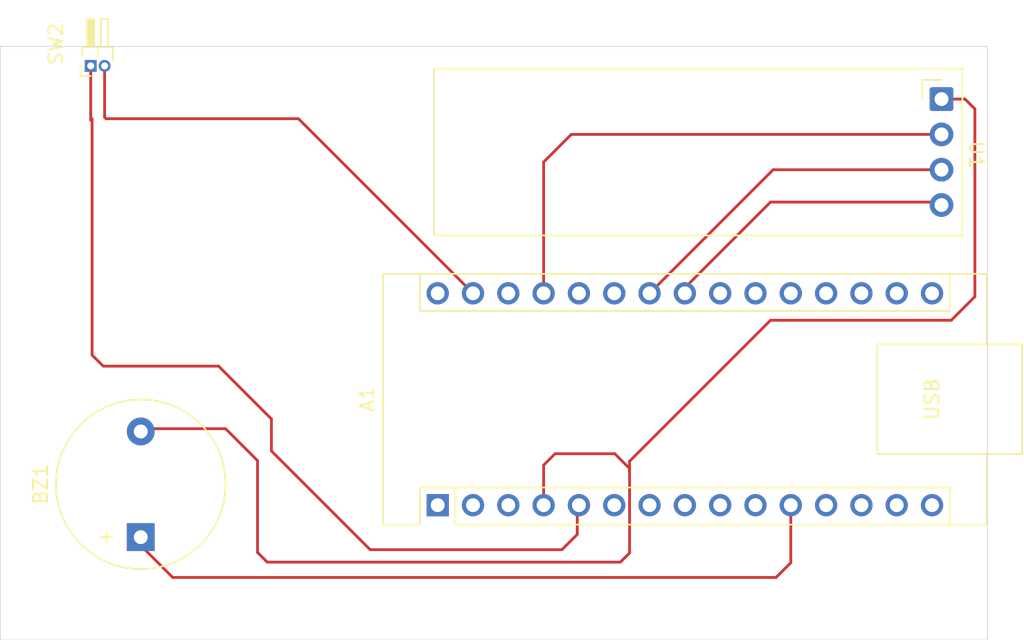
<source format=kicad_pcb>
(kicad_pcb (version 20241229) (generator "pcbnew") (generator_version "9.0")
  (layers (0 "F.Cu" signal) (2 "B.Cu" signal) (13 "F.Paste" user) (15 "B.Paste" user) (5 "F.SilkS" user "F.Silkscreen") (7 "B.SilkS" user "B.Silkscreen") (1 "F.Mask" user) (3 "B.Mask" user) (25 "Edge.Cuts" user))
  (net 0 "")
  (net 1 "Net-(BZ1--)")
  (net 6 "Net-(A1-GND-Pad29)")
  (net 16 "Net-(A1-D2)")
  (net 20 "Net-(A1-D8)")
  (net 28 "Net-(A1-A5)")
  (net 29 "Net-(A1-+5V)")
  (net 30 "Net-(A1-A4)")
  (footprint "Module:Arduino_Nano" (layer "F.Cu") (at 81.16 75.2 90)
    (property "Reference" "A1" (at 7.62 -5.08 90) (layer "F.SilkS"))
    (property "Value" "Arduino_Nano_v3.x")
    (fp_line (start 16.64 -3.94) (end -1.4 -3.94) (stroke (width 0.12)) (layer "F.SilkS"))
    (fp_line (start -1.4 -3.94) (end -1.4 -1.27) (stroke (width 0.12)) (layer "F.SilkS"))
    (fp_line (start 13.97 -1.27) (end 16.64 -1.27) (stroke (width 0.12)) (layer "F.SilkS"))
    (fp_line (start 13.97 -1.27) (end 13.97 36.83) (stroke (width 0.12)) (layer "F.SilkS"))
    (fp_line (start 1.27 -1.27) (end -1.4 -1.27) (stroke (width 0.12)) (layer "F.SilkS"))
    (fp_line (start 1.27 1.27) (end 1.27 -1.27) (stroke (width 0.12)) (layer "F.SilkS"))
    (fp_line (start 1.27 1.27) (end -1.4 1.27) (stroke (width 0.12)) (layer "F.SilkS"))
    (fp_line (start 1.27 1.27) (end 1.27 36.83) (stroke (width 0.12)) (layer "F.SilkS"))
    (fp_line (start -1.4 1.27) (end -1.4 39.5) (stroke (width 0.12)) (layer "F.SilkS"))
    (fp_line (start 11.56 31.62) (end 11.56 42.04) (stroke (width 0.12)) (layer "F.SilkS"))
    (fp_line (start 3.68 31.62) (end 11.56 31.62) (stroke (width 0.12)) (layer "F.SilkS"))
    (fp_line (start 13.97 36.83) (end 16.64 36.83) (stroke (width 0.12)) (layer "F.SilkS"))
    (fp_line (start 1.27 36.83) (end -1.4 36.83) (stroke (width 0.12)) (layer "F.SilkS"))
    (fp_line (start 16.64 39.5) (end 16.64 -3.94) (stroke (width 0.12)) (layer "F.SilkS"))
    (fp_line (start 16.64 39.5) (end 11.56 39.5) (stroke (width 0.12)) (layer "F.SilkS"))
    (fp_line (start -1.4 39.5) (end 3.68 39.5) (stroke (width 0.12)) (layer "F.SilkS"))
    (fp_line (start 11.56 42.04) (end 3.68 42.04) (stroke (width 0.12)) (layer "F.SilkS"))
    (fp_line (start 3.68 42.04) (end 3.68 31.62) (stroke (width 0.12)) (layer "F.SilkS"))
    (fp_text user "USB" (at 7.62 35.56 90) (layer "F.SilkS"))
    (pad "1" thru_hole rect (at 0 0 90) (size 1.6 1.6) (drill 1) (layers "*.Cu" "*.Mask"))
    (pad "2" thru_hole oval (at 0 2.54 90) (size 1.6 1.6) (drill 1) (layers "*.Cu" "*.Mask"))
    (pad "3" thru_hole oval (at 0 5.08 90) (size 1.6 1.6) (drill 1) (layers "*.Cu" "*.Mask"))
    (pad "4" thru_hole oval (at 0 7.62 90) (size 1.6 1.6) (drill 1) (layers "*.Cu" "*.Mask") (net 1 "Net-(BZ1--)"))
    (pad "5" thru_hole oval (at 0 10.16 90) (size 1.6 1.6) (drill 1) (layers "*.Cu" "*.Mask") (net 16 "Net-(A1-D2)"))
    (pad "6" thru_hole oval (at 0 12.7 90) (size 1.6 1.6) (drill 1) (layers "*.Cu" "*.Mask"))
    (pad "7" thru_hole oval (at 0 15.24 90) (size 1.6 1.6) (drill 1) (layers "*.Cu" "*.Mask"))
    (pad "8" thru_hole oval (at 0 17.78 90) (size 1.6 1.6) (drill 1) (layers "*.Cu" "*.Mask"))
    (pad "9" thru_hole oval (at 0 20.32 90) (size 1.6 1.6) (drill 1) (layers "*.Cu" "*.Mask"))
    (pad "10" thru_hole oval (at 0 22.86 90) (size 1.6 1.6) (drill 1) (layers "*.Cu" "*.Mask"))
    (pad "11" thru_hole oval (at 0 25.4 90) (size 1.6 1.6) (drill 1) (layers "*.Cu" "*.Mask") (net 20 "Net-(A1-D8)"))
    (pad "12" thru_hole oval (at 0 27.94 90) (size 1.6 1.6) (drill 1) (layers "*.Cu" "*.Mask"))
    (pad "13" thru_hole oval (at 0 30.48 90) (size 1.6 1.6) (drill 1) (layers "*.Cu" "*.Mask"))
    (pad "14" thru_hole oval (at 0 33.02 90) (size 1.6 1.6) (drill 1) (layers "*.Cu" "*.Mask"))
    (pad "15" thru_hole oval (at 0 35.56 90) (size 1.6 1.6) (drill 1) (layers "*.Cu" "*.Mask"))
    (pad "16" thru_hole oval (at 15.24 35.56 90) (size 1.6 1.6) (drill 1) (layers "*.Cu" "*.Mask"))
    (pad "17" thru_hole oval (at 15.24 33.02 90) (size 1.6 1.6) (drill 1) (layers "*.Cu" "*.Mask"))
    (pad "18" thru_hole oval (at 15.24 30.48 90) (size 1.6 1.6) (drill 1) (layers "*.Cu" "*.Mask"))
    (pad "19" thru_hole oval (at 15.24 27.94 90) (size 1.6 1.6) (drill 1) (layers "*.Cu" "*.Mask"))
    (pad "20" thru_hole oval (at 15.24 25.4 90) (size 1.6 1.6) (drill 1) (layers "*.Cu" "*.Mask"))
    (pad "21" thru_hole oval (at 15.24 22.86 90) (size 1.6 1.6) (drill 1) (layers "*.Cu" "*.Mask"))
    (pad "22" thru_hole oval (at 15.24 20.32 90) (size 1.6 1.6) (drill 1) (layers "*.Cu" "*.Mask"))
    (pad "23" thru_hole oval (at 15.24 17.78 90) (size 1.6 1.6) (drill 1) (layers "*.Cu" "*.Mask") (net 30 "Net-(A1-A4)"))
    (pad "24" thru_hole oval (at 15.24 15.24 90) (size 1.6 1.6) (drill 1) (layers "*.Cu" "*.Mask") (net 28 "Net-(A1-A5)"))
    (pad "25" thru_hole oval (at 15.24 12.7 90) (size 1.6 1.6) (drill 1) (layers "*.Cu" "*.Mask"))
    (pad "26" thru_hole oval (at 15.24 10.16 90) (size 1.6 1.6) (drill 1) (layers "*.Cu" "*.Mask"))
    (pad "27" thru_hole oval (at 15.24 7.62 90) (size 1.6 1.6) (drill 1) (layers "*.Cu" "*.Mask") (net 29 "Net-(A1-+5V)"))
    (pad "28" thru_hole oval (at 15.24 5.08 90) (size 1.6 1.6) (drill 1) (layers "*.Cu" "*.Mask"))
    (pad "29" thru_hole oval (at 15.24 2.54 90) (size 1.6 1.6) (drill 1) (layers "*.Cu" "*.Mask") (net 6 "Net-(A1-GND-Pad29)"))
    (pad "30" thru_hole oval (at 15.24 0 90) (size 1.6 1.6) (drill 1) (layers "*.Cu" "*.Mask"))
  )
  (footprint "Buzzer_Beeper:Buzzer_12x9.5RM7.6" (layer "F.Cu") (at 59.8 77.5 90)
    (property "Reference" "BZ1" (at 3.8 -7.2 90) (layer "F.SilkS"))
    (property "Value" "Buzzer")
    (fp_circle (center 3.8 0) (end 9.9 0) (stroke (width 0.12)) (fill no) (layer "F.SilkS"))
    (fp_text user "+" (at -0.01 -2.54 90) (layer "F.SilkS"))
    (pad "1" thru_hole rect (at 0 0 90) (size 2 2) (drill 1) (layers "*.Cu" "*.Mask") (net 20 "Net-(A1-D8)"))
    (pad "2" thru_hole circle (at 7.6 0 90) (size 2 2) (drill 1) (layers "*.Cu" "*.Mask") (net 1 "Net-(BZ1--)"))
  )
  (footprint "Connector_PinHeader_1.00mm:PinHeader_1x02_P1.00mm_Horizontal" (layer "F.Cu") (at 56.2 43.6 90)
    (property "Reference" "SW2" (at 1.575 -2.5 90) (layer "F.SilkS"))
    (property "Value" "SW_Reed")
    (fp_line (start -0.735 -0.735) (end 0 -0.735) (stroke (width 0.12)) (layer "F.SilkS"))
    (fp_line (start 1.36 -0.61) (end 1.36 1.61) (stroke (width 0.12)) (layer "F.SilkS"))
    (fp_line (start 0.735 -0.61) (end 1.36 -0.61) (stroke (width 0.12)) (layer "F.SilkS"))
    (fp_line (start -0.735 0) (end -0.735 -0.735) (stroke (width 0.12)) (layer "F.SilkS"))
    (fp_line (start 0.735 0.5) (end 1.36 0.5) (stroke (width 0.12)) (layer "F.SilkS"))
    (fp_line (start 3.36 0.74) (end 3.36 1.26) (stroke (width 0.12)) (layer "F.SilkS"))
    (fp_line (start 1.36 0.74) (end 3.36 0.74) (stroke (width 0.12)) (layer "F.SilkS"))
    (fp_line (start 3.36 1.26) (end 1.36 1.26) (stroke (width 0.12)) (layer "F.SilkS"))
    (fp_line (start 1.36 1.61) (end 0.41003 1.61) (stroke (width 0.12)) (layer "F.SilkS"))
    (fp_rect (start 1.36 -0.26) (end 3.36 0.26) (stroke (width 0.12)) (fill yes) (layer "F.SilkS"))
    (pad "1" thru_hole rect (at 0 0 90) (size 0.85 0.85) (drill 0.5) (layers "*.Cu" "*.Mask") (net 16 "Net-(A1-D2)"))
    (pad "2" thru_hole circle (at 0 1 90) (size 0.85 0.85) (drill 0.5) (layers "*.Cu" "*.Mask") (net 6 "Net-(A1-GND-Pad29)"))
  )
  (footprint "oled:OLED_0.91_128x32" (layer "F.Cu") (at 117.4 45.99 -90)
    (property "Reference" "U1" (at 4 -2.5 270) (layer "F.SilkS"))
    (property "Value" "OLED_0.91_128x32")
    (fp_line (start 0 1.38) (end -1.38 1.38) (stroke (width 0.12)) (layer "F.SilkS"))
    (fp_line (start -1.38 0) (end -1.38 1.38) (stroke (width 0.12)) (layer "F.SilkS"))
    (fp_rect (start -2.19 -1.5) (end 9.81 36.5) (stroke (width 0.12)) (fill no) (layer "F.SilkS"))
    (pad "1" thru_hole roundrect (at 0 0 270) (size 1.7 1.7) (drill 1) (layers "*.Cu" "*.Mask") (roundrect_rratio 0.1) (net 1 "Net-(BZ1--)"))
    (pad "2" thru_hole circle (at 2.54 0 270) (size 1.7 1.7) (drill 1) (layers "*.Cu" "*.Mask") (net 29 "Net-(A1-+5V)"))
    (pad "3" thru_hole circle (at 5.08 0 270) (size 1.7 1.7) (drill 1) (layers "*.Cu" "*.Mask") (net 28 "Net-(A1-A5)"))
    (pad "4" thru_hole circle (at 7.62 0 270) (size 1.7 1.7) (drill 1) (layers "*.Cu" "*.Mask") (net 30 "Net-(A1-A4)"))
  )
  (gr_rect (start 49.7 42.2) (end 120.7 84.9) (stroke (width 0.05)) (fill no) (layer "Edge.Cuts"))
  (segment (start 65.9 69.7) (end 68.2 72) (width 0.2) (layer "F.Cu") (net 1))
  (segment (start 59.8 69.9) (end 60 69.7) (width 0.2) (layer "F.Cu") (net 1))
  (segment (start 93.9 71.5) (end 89.6 71.5) (width 0.2) (layer "F.Cu") (net 1))
  (segment (start 94.961 78.639) (end 94.961 72.7) (width 0.2) (layer "F.Cu") (net 1))
  (segment (start 119.8 46.7) (end 119.09 45.99) (width 0.2) (layer "F.Cu") (net 1))
  (segment (start 88.78 72.32) (end 88.78 75.2) (width 0.2) (layer "F.Cu") (net 1))
  (segment (start 68.9 79.3) (end 94.3 79.3) (width 0.2) (layer "F.Cu") (net 1))
  (segment (start 94.961 72.039) (end 105.1 61.9) (width 0.2) (layer "F.Cu") (net 1))
  (segment (start 118.1 61.9) (end 119.8 60.2) (width 0.2) (layer "F.Cu") (net 1))
  (segment (start 94.961 72.7) (end 94.961 72.561) (width 0.2) (layer "F.Cu") (net 1))
  (segment (start 94.961 72.561) (end 93.9 71.5) (width 0.2) (layer "F.Cu") (net 1))
  (segment (start 60 69.7) (end 65.9 69.7) (width 0.2) (layer "F.Cu") (net 1))
  (segment (start 119.8 60.2) (end 119.8 46.7) (width 0.2) (layer "F.Cu") (net 1))
  (segment (start 94.3 79.3) (end 94.961 78.639) (width 0.2) (layer "F.Cu") (net 1))
  (segment (start 119.09 45.99) (end 117.4 45.99) (width 0.2) (layer "F.Cu") (net 1))
  (segment (start 68.2 78.6) (end 68.9 79.3) (width 0.2) (layer "F.Cu") (net 1))
  (segment (start 89.6 71.5) (end 88.78 72.32) (width 0.2) (layer "F.Cu") (net 1))
  (segment (start 105.1 61.9) (end 118.1 61.9) (width 0.2) (layer "F.Cu") (net 1))
  (segment (start 68.2 72) (end 68.2 78.6) (width 0.2) (layer "F.Cu") (net 1))
  (segment (start 94.961 72.7) (end 94.961 72.039) (width 0.2) (layer "F.Cu") (net 1))
  (segment (start 83.7 59.96) (end 71.14 47.4) (width 0.2) (layer "F.Cu") (net 6))
  (segment (start 57.3 47.4) (end 57.2 47.3) (width 0.2) (layer "F.Cu") (net 6))
  (segment (start 57.2 47.3) (end 57.2 43.6) (width 0.2) (layer "F.Cu") (net 6))
  (segment (start 71.14 47.4) (end 57.3 47.4) (width 0.2) (layer "F.Cu") (net 6))
  (segment (start 69.2 69) (end 65.4 65.2) (width 0.2) (layer "F.Cu") (net 16))
  (segment (start 90.1 78.4) (end 76.3 78.4) (width 0.2) (layer "F.Cu") (net 16))
  (segment (start 91.32 75.2) (end 91.2 75.32) (width 0.2) (layer "F.Cu") (net 16))
  (segment (start 56.2 47.5) (end 56.2 43.6) (width 0.2) (layer "F.Cu") (net 16))
  (segment (start 91.2 77.3) (end 90.1 78.4) (width 0.2) (layer "F.Cu") (net 16))
  (segment (start 76.3 78.4) (end 69.2 71.3) (width 0.2) (layer "F.Cu") (net 16))
  (segment (start 56.3 64.4) (end 56.3 47.6) (width 0.2) (layer "F.Cu") (net 16))
  (segment (start 57.1 65.2) (end 56.3 64.4) (width 0.2) (layer "F.Cu") (net 16))
  (segment (start 65.4 65.2) (end 57.1 65.2) (width 0.2) (layer "F.Cu") (net 16))
  (segment (start 91.2 75.32) (end 91.2 77.3) (width 0.2) (layer "F.Cu") (net 16))
  (segment (start 56.3 47.6) (end 56.2 47.5) (width 0.2) (layer "F.Cu") (net 16))
  (segment (start 69.2 71.3) (end 69.2 69) (width 0.2) (layer "F.Cu") (net 16))
  (segment (start 56.3 47.6) (end 56.3 47.4) (width 0.2) (layer "F.Cu") (net 16))
  (segment (start 62.1 80.4) (end 105.5 80.4) (width 0.2) (layer "F.Cu") (net 20))
  (segment (start 105.5 80.4) (end 106.56 79.34) (width 0.2) (layer "F.Cu") (net 20))
  (segment (start 59.8 77.5) (end 59.8 78.1) (width 0.2) (layer "F.Cu") (net 20))
  (segment (start 106.56 79.34) (end 106.56 75.2) (width 0.2) (layer "F.Cu") (net 20))
  (segment (start 59.8 78.1) (end 62.1 80.4) (width 0.2) (layer "F.Cu") (net 20))
  (segment (start 117.4 51.07) (end 105.29 51.07) (width 0.2) (layer "F.Cu") (net 28))
  (segment (start 105.29 51.07) (end 96.4 59.96) (width 0.2) (layer "F.Cu") (net 28))
  (segment (start 117.4 48.53) (end 90.77 48.53) (width 0.2) (layer "F.Cu") (net 29))
  (segment (start 90.77 48.53) (end 88.78 50.52) (width 0.2) (layer "F.Cu") (net 29))
  (segment (start 90.7 48.6) (end 90.77 48.53) (width 0.2) (layer "F.Cu") (net 29))
  (segment (start 88.78 50.52) (end 88.78 59.96) (width 0.2) (layer "F.Cu") (net 29))
  (segment (start 117.4 53.61) (end 117.19 53.4) (width 0.2) (layer "F.Cu") (net 30))
  (segment (start 117.19 53.4) (end 105.1 53.4) (width 0.2) (layer "F.Cu") (net 30))
  (segment (start 105.1 53.4) (end 98.94 59.56) (width 0.2) (layer "F.Cu") (net 30))
  (segment (start 98.94 59.56) (end 98.94 59.96) (width 0.2) (layer "F.Cu") (net 30))
)
</source>
